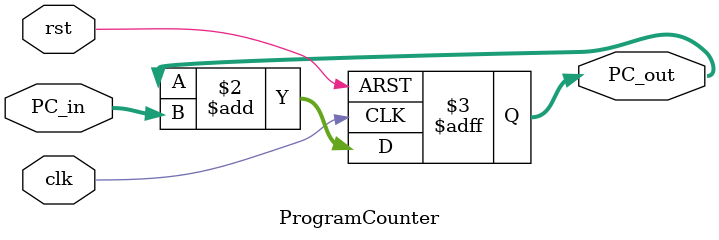
<source format=v>
module ProgramCounter(
	input rst, clk,
	input[31:0] PC_in,
	output reg[31:0] PC_out
);
always @(posedge clk or posedge rst)
begin
	if(rst)
		PC_out <= 0; // Reset to ZERO
	else
		PC_out <= PC_out + PC_in;
end
endmodule
</source>
